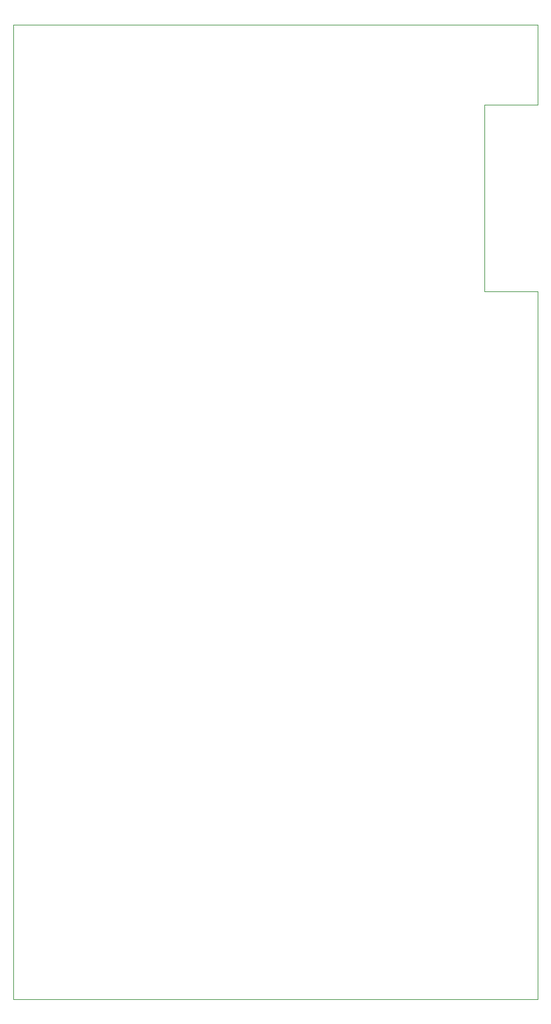
<source format=gbr>
%TF.GenerationSoftware,KiCad,Pcbnew,8.0.6*%
%TF.CreationDate,2025-03-17T23:33:19-06:00*%
%TF.ProjectId,PDU,5044552e-6b69-4636-9164-5f7063625858,rev?*%
%TF.SameCoordinates,Original*%
%TF.FileFunction,Profile,NP*%
%FSLAX46Y46*%
G04 Gerber Fmt 4.6, Leading zero omitted, Abs format (unit mm)*
G04 Created by KiCad (PCBNEW 8.0.6) date 2025-03-17 23:33:19*
%MOMM*%
%LPD*%
G01*
G04 APERTURE LIST*
%TA.AperFunction,Profile*%
%ADD10C,0.050000*%
%TD*%
G04 APERTURE END LIST*
D10*
X162388000Y-44144000D02*
X162388000Y-69036000D01*
X99500000Y-163500000D02*
X99500000Y-33500000D01*
X169500000Y-69036000D02*
X169500000Y-163500000D01*
X162388000Y-69036000D02*
X169500000Y-69036000D01*
X99500000Y-33500000D02*
X169500000Y-33500000D01*
X169500000Y-44144000D02*
X162388000Y-44144000D01*
X169500000Y-33500000D02*
X169500000Y-44144000D01*
X99500000Y-163500000D02*
X169500000Y-163500000D01*
M02*

</source>
